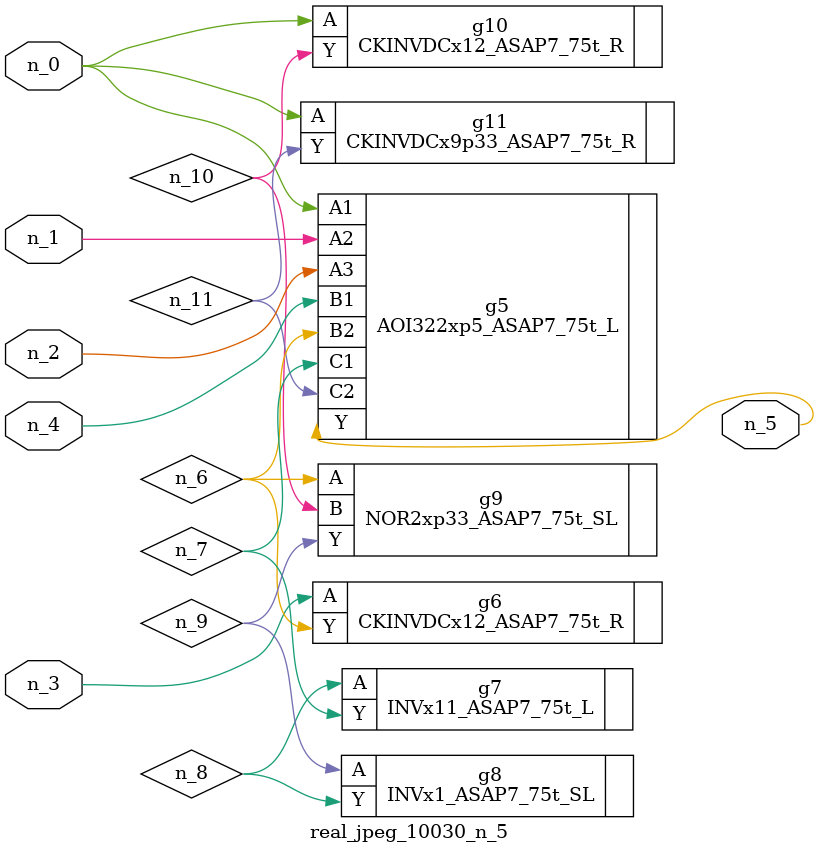
<source format=v>
module real_jpeg_10030_n_5 (n_4, n_0, n_1, n_2, n_3, n_5);

input n_4;
input n_0;
input n_1;
input n_2;
input n_3;

output n_5;

wire n_8;
wire n_11;
wire n_6;
wire n_7;
wire n_10;
wire n_9;

AOI322xp5_ASAP7_75t_L g5 ( 
.A1(n_0),
.A2(n_1),
.A3(n_2),
.B1(n_4),
.B2(n_6),
.C1(n_7),
.C2(n_11),
.Y(n_5)
);

CKINVDCx12_ASAP7_75t_R g10 ( 
.A(n_0),
.Y(n_10)
);

CKINVDCx9p33_ASAP7_75t_R g11 ( 
.A(n_0),
.Y(n_11)
);

CKINVDCx12_ASAP7_75t_R g6 ( 
.A(n_3),
.Y(n_6)
);

NOR2xp33_ASAP7_75t_SL g9 ( 
.A(n_6),
.B(n_10),
.Y(n_9)
);

INVx11_ASAP7_75t_L g7 ( 
.A(n_8),
.Y(n_7)
);

INVx1_ASAP7_75t_SL g8 ( 
.A(n_9),
.Y(n_8)
);


endmodule
</source>
